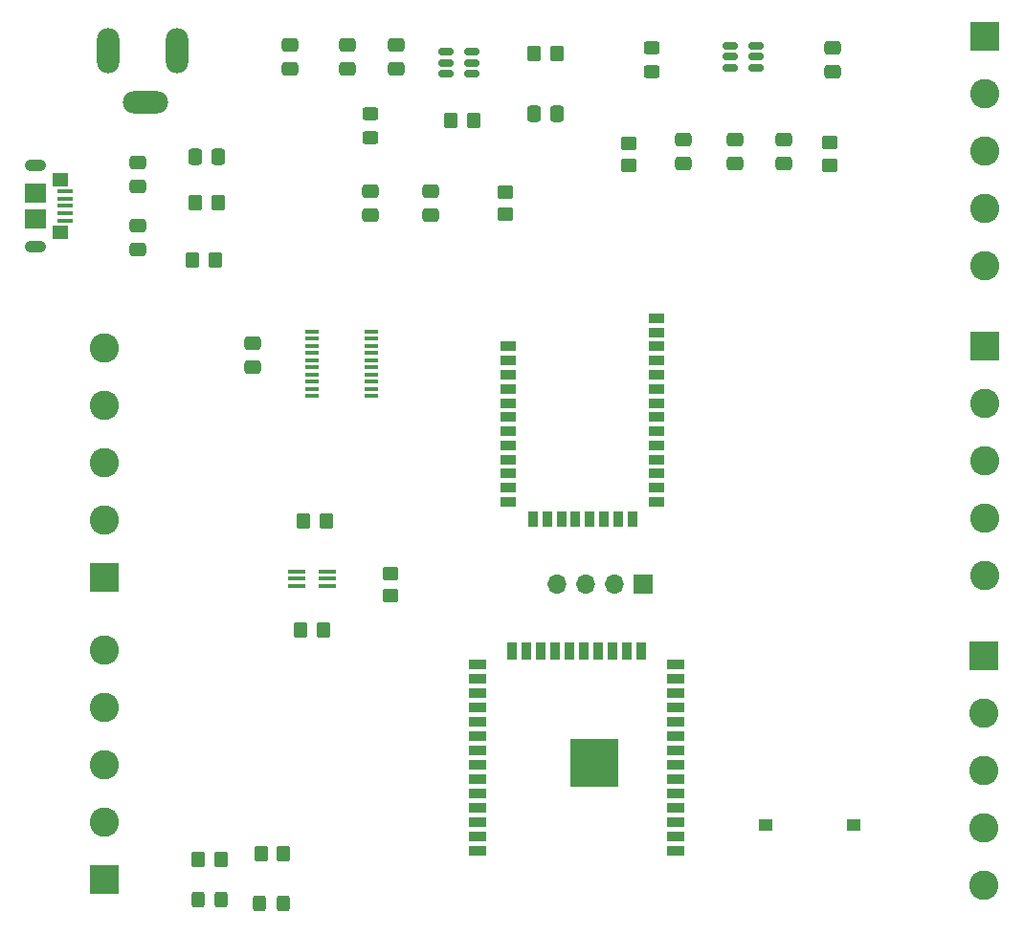
<source format=gts>
G04 #@! TF.GenerationSoftware,KiCad,Pcbnew,(6.0.10)*
G04 #@! TF.CreationDate,2023-06-25T11:42:12-04:00*
G04 #@! TF.ProjectId,sd2_node_board,7364325f-6e6f-4646-955f-626f6172642e,rev?*
G04 #@! TF.SameCoordinates,Original*
G04 #@! TF.FileFunction,Soldermask,Top*
G04 #@! TF.FilePolarity,Negative*
%FSLAX46Y46*%
G04 Gerber Fmt 4.6, Leading zero omitted, Abs format (unit mm)*
G04 Created by KiCad (PCBNEW (6.0.10)) date 2023-06-25 11:42:12*
%MOMM*%
%LPD*%
G01*
G04 APERTURE LIST*
G04 Aperture macros list*
%AMRoundRect*
0 Rectangle with rounded corners*
0 $1 Rounding radius*
0 $2 $3 $4 $5 $6 $7 $8 $9 X,Y pos of 4 corners*
0 Add a 4 corners polygon primitive as box body*
4,1,4,$2,$3,$4,$5,$6,$7,$8,$9,$2,$3,0*
0 Add four circle primitives for the rounded corners*
1,1,$1+$1,$2,$3*
1,1,$1+$1,$4,$5*
1,1,$1+$1,$6,$7*
1,1,$1+$1,$8,$9*
0 Add four rect primitives between the rounded corners*
20,1,$1+$1,$2,$3,$4,$5,0*
20,1,$1+$1,$4,$5,$6,$7,0*
20,1,$1+$1,$6,$7,$8,$9,0*
20,1,$1+$1,$8,$9,$2,$3,0*%
G04 Aperture macros list end*
%ADD10RoundRect,0.250000X0.475000X-0.337500X0.475000X0.337500X-0.475000X0.337500X-0.475000X-0.337500X0*%
%ADD11RoundRect,0.250000X0.450000X-0.350000X0.450000X0.350000X-0.450000X0.350000X-0.450000X-0.350000X0*%
%ADD12RoundRect,0.250000X-0.475000X0.337500X-0.475000X-0.337500X0.475000X-0.337500X0.475000X0.337500X0*%
%ADD13RoundRect,0.250000X-0.450000X0.325000X-0.450000X-0.325000X0.450000X-0.325000X0.450000X0.325000X0*%
%ADD14R,1.250000X1.000000*%
%ADD15RoundRect,0.250000X-0.325000X-0.450000X0.325000X-0.450000X0.325000X0.450000X-0.325000X0.450000X0*%
%ADD16RoundRect,0.150000X-0.512500X-0.150000X0.512500X-0.150000X0.512500X0.150000X-0.512500X0.150000X0*%
%ADD17RoundRect,0.250000X0.350000X0.450000X-0.350000X0.450000X-0.350000X-0.450000X0.350000X-0.450000X0*%
%ADD18R,1.400000X0.400000*%
%ADD19R,1.450000X1.150000*%
%ADD20O,1.900000X1.050000*%
%ADD21R,1.900000X1.750000*%
%ADD22R,1.500000X0.400000*%
%ADD23R,1.200000X0.400000*%
%ADD24RoundRect,0.250000X-0.337500X-0.475000X0.337500X-0.475000X0.337500X0.475000X-0.337500X0.475000X0*%
%ADD25RoundRect,0.250000X-0.350000X-0.450000X0.350000X-0.450000X0.350000X0.450000X-0.350000X0.450000X0*%
%ADD26O,2.000000X4.000000*%
%ADD27O,4.000000X2.000000*%
%ADD28R,1.700000X1.700000*%
%ADD29O,1.700000X1.700000*%
%ADD30R,2.600000X2.600000*%
%ADD31C,2.600000*%
%ADD32RoundRect,0.250000X-0.450000X0.350000X-0.450000X-0.350000X0.450000X-0.350000X0.450000X0.350000X0*%
%ADD33R,1.500000X0.900000*%
%ADD34R,0.900000X1.500000*%
%ADD35C,0.475000*%
%ADD36R,4.200000X4.200000*%
%ADD37R,1.447800X0.838200*%
%ADD38R,0.838200X1.447800*%
G04 APERTURE END LIST*
D10*
X111252000Y-75459500D03*
X111252000Y-73384500D03*
D11*
X141224000Y-84074000D03*
X141224000Y-82074000D03*
X130302000Y-88376000D03*
X130302000Y-86376000D03*
D12*
X97790000Y-89386500D03*
X97790000Y-91461500D03*
X118364000Y-86338500D03*
X118364000Y-88413500D03*
D13*
X118364000Y-79493000D03*
X118364000Y-81543000D03*
D14*
X161101000Y-142494000D03*
X153351000Y-142494000D03*
D15*
X103106000Y-149098000D03*
X105156000Y-149098000D03*
D16*
X150246500Y-73472000D03*
X150246500Y-74422000D03*
X150246500Y-75372000D03*
X152521500Y-75372000D03*
X152521500Y-74422000D03*
X152521500Y-73472000D03*
D17*
X127492000Y-80026000D03*
X125492000Y-80026000D03*
D16*
X125100500Y-73996000D03*
X125100500Y-74946000D03*
X125100500Y-75896000D03*
X127375500Y-75896000D03*
X127375500Y-74946000D03*
X127375500Y-73996000D03*
D18*
X91366000Y-86330000D03*
X91366000Y-86980000D03*
X91366000Y-87630000D03*
X91366000Y-88280000D03*
X91366000Y-88930000D03*
D19*
X90946000Y-89950000D03*
D20*
X88716000Y-84055000D03*
D19*
X90946000Y-85310000D03*
D20*
X88716000Y-91205000D03*
D21*
X88716000Y-88755000D03*
X88716000Y-86505000D03*
D22*
X111894000Y-120000000D03*
X111894000Y-120650000D03*
X111894000Y-121300000D03*
X114554000Y-121300000D03*
X114554000Y-120650000D03*
X114554000Y-120000000D03*
D12*
X159258000Y-73638500D03*
X159258000Y-75713500D03*
D23*
X113224000Y-98742500D03*
X113224000Y-99377500D03*
X113224000Y-100012500D03*
X113224000Y-100647500D03*
X113224000Y-101282500D03*
X113224000Y-101917500D03*
X113224000Y-102552500D03*
X113224000Y-103187500D03*
X113224000Y-103822500D03*
X113224000Y-104457500D03*
X118424000Y-104457500D03*
X118424000Y-103822500D03*
X118424000Y-103187500D03*
X118424000Y-102552500D03*
X118424000Y-101917500D03*
X118424000Y-101282500D03*
X118424000Y-100647500D03*
X118424000Y-100012500D03*
X118424000Y-99377500D03*
X118424000Y-98742500D03*
D10*
X97790000Y-85873500D03*
X97790000Y-83798500D03*
D24*
X102848500Y-83312000D03*
X104923500Y-83312000D03*
D15*
X108587000Y-149434000D03*
X110637000Y-149434000D03*
D25*
X112478000Y-115570000D03*
X114478000Y-115570000D03*
D12*
X123698000Y-86338500D03*
X123698000Y-88413500D03*
D17*
X104886000Y-87376000D03*
X102886000Y-87376000D03*
D10*
X116332000Y-75481000D03*
X116332000Y-73406000D03*
D26*
X101237500Y-73872000D03*
D27*
X98437500Y-78472000D03*
D26*
X95137500Y-73872000D03*
D28*
X142484000Y-121158000D03*
D29*
X139944000Y-121158000D03*
X137404000Y-121158000D03*
X134864000Y-121158000D03*
D30*
X172669000Y-127508000D03*
D31*
X172669000Y-132588000D03*
X172669000Y-137668000D03*
X172669000Y-142748000D03*
X172669000Y-147828000D03*
D11*
X120142000Y-122158000D03*
X120142000Y-120158000D03*
D30*
X172731000Y-100004000D03*
D31*
X172731000Y-105084000D03*
X172731000Y-110164000D03*
X172731000Y-115244000D03*
X172731000Y-120324000D03*
D10*
X146050000Y-83857500D03*
X146050000Y-81782500D03*
X150622000Y-83857500D03*
X150622000Y-81782500D03*
D32*
X159004000Y-82042000D03*
X159004000Y-84042000D03*
D12*
X107950000Y-99800500D03*
X107950000Y-101875500D03*
D17*
X134858000Y-74168000D03*
X132858000Y-74168000D03*
D25*
X103140000Y-145542000D03*
X105140000Y-145542000D03*
D30*
X172710000Y-72644000D03*
D31*
X172710000Y-77724000D03*
X172710000Y-82804000D03*
X172710000Y-87884000D03*
X172710000Y-92964000D03*
D17*
X104648000Y-92456000D03*
X102648000Y-92456000D03*
D30*
X94823500Y-147299000D03*
D31*
X94823500Y-142219000D03*
X94823500Y-137139000D03*
X94823500Y-132059000D03*
X94823500Y-126979000D03*
D25*
X108712000Y-145034000D03*
X110712000Y-145034000D03*
D10*
X120650000Y-75459500D03*
X120650000Y-73384500D03*
D13*
X143256000Y-73651000D03*
X143256000Y-75701000D03*
D17*
X114224000Y-125222000D03*
X112224000Y-125222000D03*
D10*
X154940000Y-83857500D03*
X154940000Y-81782500D03*
D33*
X145371500Y-144765000D03*
X145371500Y-143495000D03*
X145371500Y-142225000D03*
X145371500Y-140955000D03*
X145371500Y-139685000D03*
X145371500Y-138415000D03*
X145371500Y-137145000D03*
X145371500Y-135875000D03*
X145371500Y-134605000D03*
X145371500Y-133335000D03*
X145371500Y-132065000D03*
X145371500Y-130795000D03*
X145371500Y-129525000D03*
X145371500Y-128255000D03*
D34*
X142331500Y-127005000D03*
X141061500Y-127005000D03*
X139791500Y-127005000D03*
X138521500Y-127005000D03*
X137251500Y-127005000D03*
X135981500Y-127005000D03*
X134711500Y-127005000D03*
X133441500Y-127005000D03*
X132171500Y-127005000D03*
X130901500Y-127005000D03*
D33*
X127871500Y-128255000D03*
X127871500Y-129525000D03*
X127871500Y-130795000D03*
X127871500Y-132065000D03*
X127871500Y-133335000D03*
X127871500Y-134605000D03*
X127871500Y-135875000D03*
X127871500Y-137145000D03*
X127871500Y-138415000D03*
X127871500Y-139685000D03*
X127871500Y-140955000D03*
X127871500Y-142225000D03*
X127871500Y-143495000D03*
X127871500Y-144765000D03*
D35*
X139671500Y-136215000D03*
X137384000Y-136977500D03*
X138909000Y-135452500D03*
X138146500Y-136215000D03*
X138909000Y-136977500D03*
X137384000Y-135452500D03*
X137384000Y-138502500D03*
X139671500Y-137740000D03*
X138146500Y-137740000D03*
X136621500Y-137740000D03*
X138909000Y-138502500D03*
D36*
X138146500Y-136977500D03*
D35*
X136621500Y-136215000D03*
D24*
X132820500Y-79502000D03*
X134895500Y-79502000D03*
D30*
X94837500Y-120492000D03*
D31*
X94837500Y-115412000D03*
X94837500Y-110332000D03*
X94837500Y-105252000D03*
X94837500Y-100172000D03*
D37*
X130606800Y-100076000D03*
X130606800Y-101325680D03*
X130606800Y-102575360D03*
X130606800Y-103825040D03*
X130606800Y-105074719D03*
X130606800Y-106324400D03*
X130606800Y-107574080D03*
X130606800Y-108823760D03*
X130606800Y-110073440D03*
X130606800Y-111323120D03*
X130606800Y-112572800D03*
X130606800Y-113822480D03*
D38*
X132778500Y-115354100D03*
X134028180Y-115354100D03*
X135277860Y-115354100D03*
X136527541Y-115354100D03*
X137777219Y-115354100D03*
X139026900Y-115354100D03*
X140276580Y-115354100D03*
X141541500Y-115354100D03*
D37*
X143713200Y-113822480D03*
X143713200Y-112572800D03*
X143713200Y-111323120D03*
X143713200Y-110073440D03*
X143713200Y-108823760D03*
X143713200Y-107574080D03*
X143713200Y-106324400D03*
X143713200Y-105074719D03*
X143713200Y-103825040D03*
X143713200Y-102575360D03*
X143713200Y-101325680D03*
X143713200Y-100076000D03*
X143713200Y-98826320D03*
X143713200Y-97561400D03*
M02*

</source>
